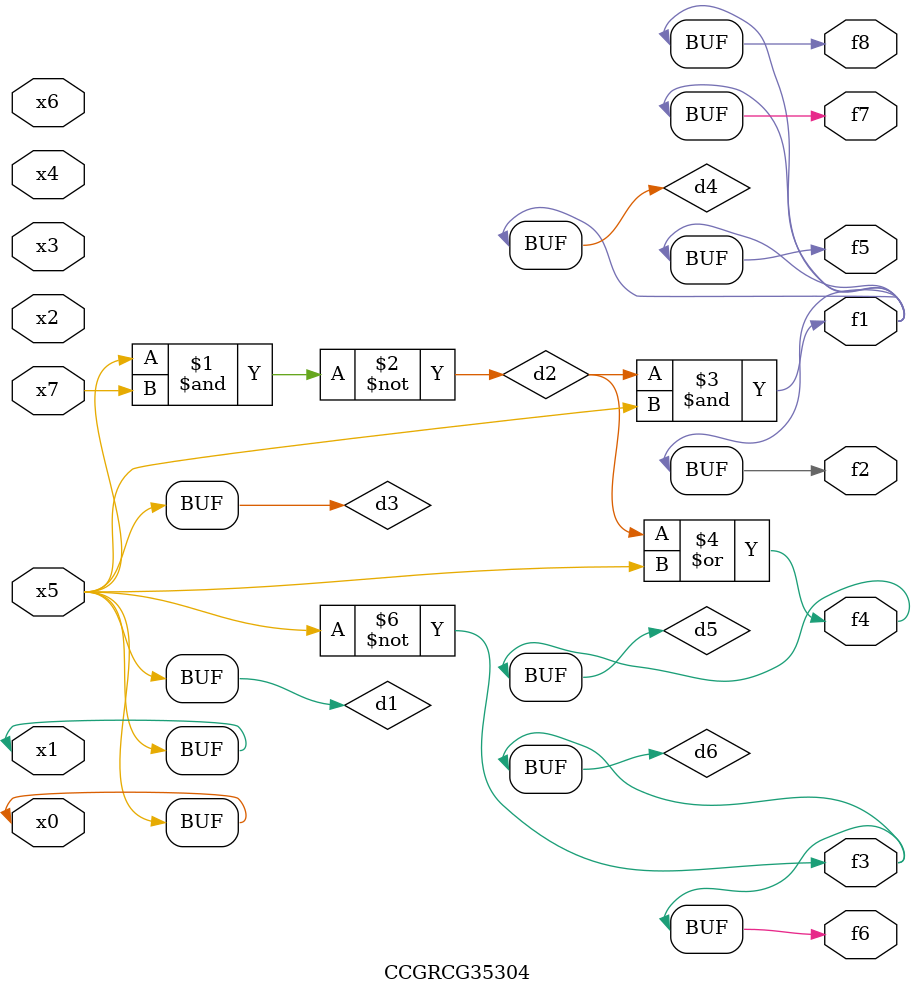
<source format=v>
module CCGRCG35304(
	input x0, x1, x2, x3, x4, x5, x6, x7,
	output f1, f2, f3, f4, f5, f6, f7, f8
);

	wire d1, d2, d3, d4, d5, d6;

	buf (d1, x0, x5);
	nand (d2, x5, x7);
	buf (d3, x0, x1);
	and (d4, d2, d3);
	or (d5, d2, d3);
	nor (d6, d1, d3);
	assign f1 = d4;
	assign f2 = d4;
	assign f3 = d6;
	assign f4 = d5;
	assign f5 = d4;
	assign f6 = d6;
	assign f7 = d4;
	assign f8 = d4;
endmodule

</source>
